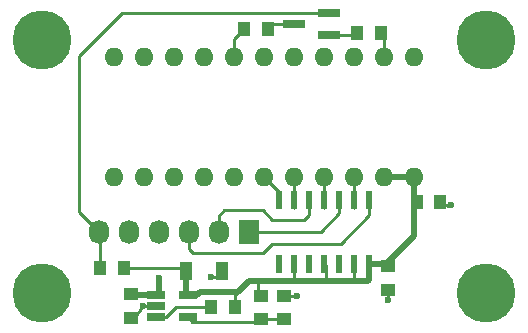
<source format=gtl>
G04 #@! TF.FileFunction,Copper,L1,Top,Signal*
%FSLAX46Y46*%
G04 Gerber Fmt 4.6, Leading zero omitted, Abs format (unit mm)*
G04 Created by KiCad (PCBNEW 4.0.5+dfsg1-4) date Sat Mar 17 17:37:26 2018*
%MOMM*%
%LPD*%
G01*
G04 APERTURE LIST*
%ADD10C,0.100000*%
%ADD11R,0.600000X1.500000*%
%ADD12R,1.727200X2.032000*%
%ADD13O,1.727200X2.032000*%
%ADD14O,1.600000X1.600000*%
%ADD15R,1.900000X0.800000*%
%ADD16C,5.000000*%
%ADD17R,1.250000X1.000000*%
%ADD18R,1.000000X1.250000*%
%ADD19R,1.000000X1.600000*%
%ADD20R,1.560000X0.650000*%
%ADD21C,0.600000*%
%ADD22C,0.508000*%
%ADD23C,0.250000*%
G04 APERTURE END LIST*
D10*
D11*
X138474880Y-90597760D03*
X137204880Y-90597760D03*
X135934880Y-90597760D03*
X134664880Y-90597760D03*
X133394880Y-90597760D03*
X132124880Y-90597760D03*
X130854880Y-90597760D03*
X130854880Y-95997760D03*
X132124880Y-95997760D03*
X133394880Y-95997760D03*
X134664880Y-95997760D03*
X135934880Y-95997760D03*
X137204880Y-95997760D03*
X138474880Y-95997760D03*
D12*
X128264880Y-93297760D03*
D13*
X125724880Y-93297760D03*
X123184880Y-93297760D03*
X120644880Y-93297760D03*
X118104880Y-93297760D03*
X115564880Y-93297760D03*
D14*
X142240000Y-88646000D03*
X139700000Y-88646000D03*
X137160000Y-88646000D03*
X134620000Y-88646000D03*
X132080000Y-88646000D03*
X129540000Y-88646000D03*
X127000000Y-88646000D03*
X124460000Y-88646000D03*
X121920000Y-88646000D03*
X119380000Y-88646000D03*
X116840000Y-88646000D03*
X116840000Y-78486000D03*
X119380000Y-78486000D03*
X121920000Y-78486000D03*
X124460000Y-78486000D03*
X127000000Y-78486000D03*
X129540000Y-78486000D03*
X132080000Y-78486000D03*
X134620000Y-78486000D03*
X137160000Y-78486000D03*
X139700000Y-78486000D03*
X142240000Y-78486000D03*
D15*
X135064880Y-76647760D03*
X135064880Y-74747760D03*
X132064880Y-75697760D03*
D16*
X110764880Y-77097760D03*
X148364880Y-77097760D03*
X110764880Y-98497760D03*
X148364880Y-98497760D03*
D17*
X118264880Y-98597760D03*
X118264880Y-100597760D03*
D18*
X127064880Y-99697760D03*
X125064880Y-99697760D03*
D19*
X122964880Y-96597760D03*
X125964880Y-96597760D03*
D17*
X140064880Y-96197760D03*
X140064880Y-98197760D03*
D18*
X144464880Y-90797760D03*
X142464880Y-90797760D03*
D17*
X131264880Y-100697760D03*
X131264880Y-98697760D03*
X129264880Y-98697760D03*
X129264880Y-100697760D03*
D18*
X115664880Y-96397760D03*
X117664880Y-96397760D03*
X137464880Y-76497760D03*
X139464880Y-76497760D03*
X129864880Y-76097760D03*
X127864880Y-76097760D03*
D20*
X120414880Y-98647760D03*
X120414880Y-99597760D03*
X120414880Y-100547760D03*
X123114880Y-100547760D03*
X123114880Y-98647760D03*
D21*
X140064880Y-99097760D03*
X119264880Y-99597760D03*
X125064880Y-97097760D03*
X132364880Y-98697760D03*
X145364880Y-90997760D03*
X120664880Y-97197760D03*
D22*
X138474880Y-95997760D02*
X139864880Y-95997760D01*
X139864880Y-95997760D02*
X142240000Y-93622640D01*
X142240000Y-93622640D02*
X142240000Y-88646000D01*
D23*
X127064880Y-99697760D02*
X127064880Y-98697760D01*
X127064880Y-98697760D02*
X127364880Y-98397760D01*
X129064880Y-98897760D02*
X129064880Y-97497760D01*
X129064880Y-97497760D02*
X129064880Y-97597760D01*
X129064880Y-97597760D02*
X129064880Y-97497760D01*
X132064880Y-97497760D02*
X132064880Y-96057760D01*
X132064880Y-96057760D02*
X132124880Y-95997760D01*
X134764880Y-97497760D02*
X134764880Y-96097760D01*
X134764880Y-96097760D02*
X134664880Y-95997760D01*
X137204880Y-95997760D02*
X137204880Y-97497760D01*
X137264880Y-97397760D02*
X137264880Y-97497760D01*
X137264880Y-97437760D02*
X137264880Y-97397760D01*
X137204880Y-97497760D02*
X137264880Y-97437760D01*
D22*
X123114880Y-98647760D02*
X123914880Y-98647760D01*
X138474880Y-97387760D02*
X138474880Y-95997760D01*
X138364880Y-97497760D02*
X138474880Y-97387760D01*
X128264880Y-97497760D02*
X129064880Y-97497760D01*
X129064880Y-97497760D02*
X132064880Y-97497760D01*
X132064880Y-97497760D02*
X134764880Y-97497760D01*
X134764880Y-97497760D02*
X137264880Y-97497760D01*
X137264880Y-97497760D02*
X138364880Y-97497760D01*
X127364880Y-98397760D02*
X128264880Y-97497760D01*
X124164880Y-98397760D02*
X127364880Y-98397760D01*
X123914880Y-98647760D02*
X124164880Y-98397760D01*
X122964880Y-96597760D02*
X122964880Y-98497760D01*
X122964880Y-98497760D02*
X123114880Y-98647760D01*
D23*
X117664880Y-96397760D02*
X122764880Y-96397760D01*
X122764880Y-96397760D02*
X122964880Y-96597760D01*
D22*
X142260000Y-91033600D02*
X142260000Y-88666000D01*
D23*
X142260000Y-88666000D02*
X142240000Y-88646000D01*
D22*
X139700000Y-88646000D02*
X142240000Y-88646000D01*
D23*
X125064880Y-99697760D02*
X122064880Y-99697760D01*
X121214880Y-100547760D02*
X120414880Y-100547760D01*
X122064880Y-99697760D02*
X121214880Y-100547760D01*
X127000000Y-78486000D02*
X127000000Y-76962640D01*
X127000000Y-76962640D02*
X127864880Y-76097760D01*
X140064880Y-98197760D02*
X140064880Y-99097760D01*
X130854880Y-90597760D02*
X130854880Y-89960880D01*
X130854880Y-89960880D02*
X129540000Y-88646000D01*
X118264880Y-100597760D02*
X118564880Y-100597760D01*
X118564880Y-100597760D02*
X119264880Y-99597760D01*
X120664880Y-99597760D02*
X119264880Y-99597760D01*
X125864880Y-97097760D02*
X125064880Y-97097760D01*
X131164880Y-98697760D02*
X132364880Y-98697760D01*
X116564880Y-88921120D02*
X116840000Y-88646000D01*
X144760000Y-91033600D02*
X145263280Y-91099360D01*
X145263280Y-91099360D02*
X145364880Y-90997760D01*
X128264880Y-93297760D02*
X134364880Y-93297760D01*
X135934880Y-91727760D02*
X135934880Y-90597760D01*
X134364880Y-93297760D02*
X135934880Y-91727760D01*
X133394880Y-90597760D02*
X133394880Y-91867760D01*
X125724880Y-91937760D02*
X125724880Y-93297760D01*
X126164880Y-91497760D02*
X125724880Y-91937760D01*
X129464880Y-91497760D02*
X126164880Y-91497760D01*
X130264880Y-92297760D02*
X129464880Y-91497760D01*
X132964880Y-92297760D02*
X130264880Y-92297760D01*
X133394880Y-91867760D02*
X132964880Y-92297760D01*
X138474880Y-90597760D02*
X138474880Y-91887760D01*
X123184880Y-94717760D02*
X123184880Y-93297760D01*
X123564880Y-95097760D02*
X123184880Y-94717760D01*
X129464880Y-95097760D02*
X123564880Y-95097760D01*
X130264880Y-94297760D02*
X129464880Y-95097760D01*
X136064880Y-94297760D02*
X130264880Y-94297760D01*
X138474880Y-91887760D02*
X136064880Y-94297760D01*
X123184880Y-94097760D02*
X123264880Y-94097760D01*
D22*
X120664880Y-98397760D02*
X120664880Y-97197760D01*
X120664880Y-98397760D02*
X120414880Y-98647760D01*
X120664880Y-98647760D02*
X118314880Y-98647760D01*
X118314880Y-98647760D02*
X118264880Y-98597760D01*
D23*
X113864880Y-78397760D02*
X113864880Y-91597760D01*
X117514880Y-74747760D02*
X113864880Y-78397760D01*
X135064880Y-74747760D02*
X117514880Y-74747760D01*
X113864880Y-91597760D02*
X115564880Y-93297760D01*
X115664880Y-96397760D02*
X115664880Y-93397760D01*
X115664880Y-93397760D02*
X115564880Y-93297760D01*
X135064880Y-76647760D02*
X137314880Y-76647760D01*
X137314880Y-76647760D02*
X137464880Y-76497760D01*
X132064880Y-75697760D02*
X130264880Y-75697760D01*
X130264880Y-75697760D02*
X129864880Y-76097760D01*
X129064880Y-100897760D02*
X123464880Y-100897760D01*
X123464880Y-100897760D02*
X123114880Y-100547760D01*
X129064880Y-100697760D02*
X131164880Y-100697760D01*
X139729200Y-76047600D02*
X139729200Y-78456800D01*
X139729200Y-78456800D02*
X139700000Y-78486000D01*
X137160000Y-91280000D02*
X137160000Y-88646000D01*
X134620000Y-91280000D02*
X134620000Y-88646000D01*
X132080000Y-91280000D02*
X132080000Y-88646000D01*
M02*

</source>
